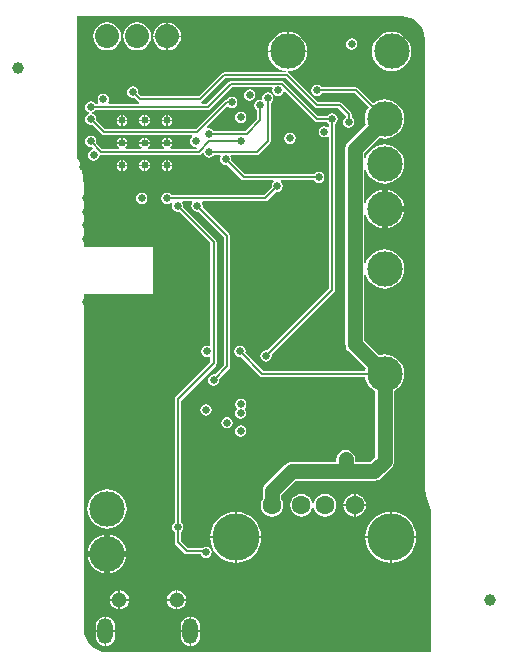
<source format=gbl>
G04*
G04 #@! TF.GenerationSoftware,Altium Limited,CircuitStudio,1.5.2 (30)*
G04*
G04 Layer_Physical_Order=4*
G04 Layer_Color=16737996*
%FSLAX25Y25*%
%MOIN*%
G70*
G01*
G75*
%ADD32C,0.00800*%
%ADD37C,0.05000*%
%ADD38C,0.11811*%
%ADD39C,0.08032*%
%ADD40C,0.15748*%
%ADD41C,0.06299*%
%ADD42C,0.02400*%
%ADD43O,0.05118X0.08661*%
%ADD44C,0.05118*%
%ADD45C,0.03937*%
%ADD46C,0.02500*%
G36*
X109746Y214126D02*
X111168Y213695D01*
X112478Y212995D01*
X113627Y212052D01*
X114569Y210904D01*
X115270Y209593D01*
X115701Y208172D01*
X115837Y206796D01*
X115816Y206693D01*
Y59055D01*
X115813D01*
X116001Y56186D01*
X116562Y53366D01*
X117487Y50643D01*
X118110Y49378D01*
Y2294D01*
X9843D01*
X9740Y2274D01*
X8364Y2409D01*
X6942Y2840D01*
X5632Y3541D01*
X4483Y4483D01*
X3541Y5632D01*
X2840Y6942D01*
X2409Y8364D01*
X2274Y9740D01*
X2294Y9843D01*
Y121625D01*
X25383D01*
Y137374D01*
X2294D01*
Y157480D01*
X2297D01*
X2109Y160350D01*
X1548Y163170D01*
X624Y165893D01*
X42Y167072D01*
Y214241D01*
X108268D01*
X108370Y214262D01*
X109746Y214126D01*
D02*
G37*
%LPC*%
G36*
X53174Y48997D02*
Y40812D01*
X61360D01*
X61225Y42173D01*
X60741Y43770D01*
X59954Y45243D01*
X58895Y46533D01*
X57605Y47592D01*
X56133Y48379D01*
X54535Y48863D01*
X53174Y48997D01*
D02*
G37*
G36*
X52574Y48997D02*
X51213Y48863D01*
X49615Y48379D01*
X48143Y47592D01*
X46853Y46533D01*
X45794Y45243D01*
X45007Y43770D01*
X44523Y42173D01*
X44388Y40812D01*
X52574D01*
Y48997D01*
D02*
G37*
G36*
X10000Y56537D02*
X8725Y56411D01*
X7498Y56039D01*
X6368Y55435D01*
X5378Y54622D01*
X4565Y53632D01*
X3961Y52502D01*
X3589Y51275D01*
X3463Y50000D01*
X3589Y48725D01*
X3961Y47498D01*
X4565Y46368D01*
X5378Y45378D01*
X6368Y44565D01*
X7498Y43961D01*
X8725Y43589D01*
X10000Y43463D01*
X11275Y43589D01*
X12502Y43961D01*
X13632Y44565D01*
X14622Y45378D01*
X15435Y46368D01*
X16039Y47498D01*
X16411Y48725D01*
X16537Y50000D01*
X16411Y51275D01*
X16039Y52502D01*
X15435Y53632D01*
X14622Y54622D01*
X13632Y55435D01*
X12502Y56039D01*
X11275Y56411D01*
X10000Y56537D01*
D02*
G37*
G36*
X92220Y50881D02*
X88777D01*
X88867Y50202D01*
X89244Y49290D01*
X89845Y48507D01*
X90629Y47906D01*
X91541Y47528D01*
X92220Y47439D01*
Y50881D01*
D02*
G37*
G36*
X96262D02*
X92820D01*
Y47439D01*
X93498Y47528D01*
X94411Y47906D01*
X95194Y48507D01*
X95795Y49290D01*
X96173Y50202D01*
X96262Y50881D01*
D02*
G37*
G36*
X9000Y41438D02*
X8725Y41411D01*
X7498Y41039D01*
X6368Y40435D01*
X5378Y39622D01*
X4565Y38632D01*
X3961Y37502D01*
X3589Y36275D01*
X3562Y36000D01*
X9000D01*
Y41438D01*
D02*
G37*
G36*
X52574Y40212D02*
X44389D01*
X44523Y38851D01*
X45007Y37253D01*
X45794Y35781D01*
X46853Y34491D01*
X48143Y33432D01*
X49615Y32645D01*
X51213Y32160D01*
X52574Y32026D01*
Y40212D01*
D02*
G37*
G36*
X11000Y41438D02*
Y36000D01*
X16439D01*
X16411Y36275D01*
X16039Y37502D01*
X15435Y38632D01*
X14622Y39622D01*
X13632Y40435D01*
X12502Y41039D01*
X11275Y41411D01*
X11000Y41438D01*
D02*
G37*
G36*
X104906Y48997D02*
Y40812D01*
X113092D01*
X112958Y42173D01*
X112473Y43770D01*
X111686Y45243D01*
X110627Y46533D01*
X109337Y47592D01*
X107865Y48379D01*
X106267Y48863D01*
X104906Y48997D01*
D02*
G37*
G36*
X104306Y48997D02*
X102945Y48863D01*
X101348Y48379D01*
X99876Y47592D01*
X98585Y46533D01*
X97526Y45243D01*
X96740Y43770D01*
X96255Y42173D01*
X96121Y40812D01*
X104306D01*
Y48997D01*
D02*
G37*
G36*
X92220Y54924D02*
X91541Y54834D01*
X90629Y54456D01*
X89845Y53855D01*
X89244Y53072D01*
X88867Y52160D01*
X88777Y51481D01*
X92220D01*
Y54924D01*
D02*
G37*
G36*
X108939Y149000D02*
X103500D01*
Y143561D01*
X103775Y143589D01*
X105002Y143961D01*
X106132Y144565D01*
X107122Y145378D01*
X107935Y146368D01*
X108539Y147498D01*
X108911Y148725D01*
X108939Y149000D01*
D02*
G37*
G36*
X43000Y84886D02*
X42278Y84743D01*
X41666Y84334D01*
X41257Y83722D01*
X41114Y83000D01*
X41257Y82278D01*
X41666Y81666D01*
X42278Y81257D01*
X43000Y81114D01*
X43722Y81257D01*
X44334Y81666D01*
X44743Y82278D01*
X44886Y83000D01*
X44743Y83722D01*
X44334Y84334D01*
X43722Y84743D01*
X43000Y84886D01*
D02*
G37*
G36*
X103500Y156439D02*
Y151000D01*
X108939D01*
X108911Y151275D01*
X108539Y152502D01*
X107935Y153632D01*
X107122Y154622D01*
X106132Y155435D01*
X105002Y156039D01*
X103775Y156411D01*
X103500Y156439D01*
D02*
G37*
G36*
X14700Y164200D02*
X13224D01*
X13304Y163798D01*
X13702Y163202D01*
X14298Y162804D01*
X14700Y162724D01*
Y164200D01*
D02*
G37*
G36*
X21500Y155386D02*
X20778Y155243D01*
X20166Y154834D01*
X19757Y154222D01*
X19614Y153500D01*
X19757Y152778D01*
X20166Y152166D01*
X20778Y151757D01*
X21500Y151614D01*
X22222Y151757D01*
X22834Y152166D01*
X23243Y152778D01*
X23386Y153500D01*
X23243Y154222D01*
X22834Y154834D01*
X22222Y155243D01*
X21500Y155386D01*
D02*
G37*
G36*
X82677Y54963D02*
X81698Y54834D01*
X80786Y54456D01*
X80003Y53855D01*
X79402Y53072D01*
X79024Y52160D01*
X78992Y51919D01*
X78488D01*
X78456Y52160D01*
X78078Y53072D01*
X77477Y53855D01*
X76694Y54456D01*
X75782Y54834D01*
X74803Y54963D01*
X73824Y54834D01*
X72912Y54456D01*
X72129Y53855D01*
X71528Y53072D01*
X71150Y52160D01*
X71021Y51181D01*
X71150Y50202D01*
X71528Y49290D01*
X72129Y48507D01*
X72912Y47906D01*
X73824Y47528D01*
X74803Y47399D01*
X75782Y47528D01*
X76694Y47906D01*
X77477Y48507D01*
X78078Y49290D01*
X78456Y50202D01*
X78488Y50444D01*
X78992D01*
X79024Y50202D01*
X79402Y49290D01*
X80003Y48507D01*
X80786Y47906D01*
X81698Y47528D01*
X82677Y47399D01*
X83656Y47528D01*
X84568Y47906D01*
X85351Y48507D01*
X85952Y49290D01*
X86330Y50202D01*
X86459Y51181D01*
X86330Y52160D01*
X85952Y53072D01*
X85351Y53855D01*
X84568Y54456D01*
X83656Y54834D01*
X82677Y54963D01*
D02*
G37*
G36*
X92820Y54924D02*
Y51481D01*
X96262D01*
X96173Y52160D01*
X95795Y53072D01*
X95194Y53855D01*
X94411Y54456D01*
X93498Y54834D01*
X92820Y54924D01*
D02*
G37*
G36*
X54500Y77886D02*
X53778Y77743D01*
X53166Y77334D01*
X52757Y76722D01*
X52614Y76000D01*
X52757Y75278D01*
X53166Y74666D01*
X53778Y74257D01*
X54500Y74114D01*
X55222Y74257D01*
X55834Y74666D01*
X56243Y75278D01*
X56386Y76000D01*
X56243Y76722D01*
X55834Y77334D01*
X55222Y77743D01*
X54500Y77886D01*
D02*
G37*
G36*
X54587Y86729D02*
X53865Y86585D01*
X53253Y86176D01*
X52844Y85564D01*
X52700Y84842D01*
X52844Y84121D01*
X53029Y83843D01*
X53161Y83355D01*
X52996Y83079D01*
X52757Y82722D01*
X52614Y82000D01*
X52757Y81278D01*
X53166Y80666D01*
X53778Y80257D01*
X54500Y80114D01*
X55222Y80257D01*
X55834Y80666D01*
X56243Y81278D01*
X56386Y82000D01*
X56243Y82722D01*
X56058Y82999D01*
X55926Y83488D01*
X56091Y83763D01*
X56329Y84121D01*
X56473Y84842D01*
X56329Y85564D01*
X55920Y86176D01*
X55309Y86585D01*
X54587Y86729D01*
D02*
G37*
G36*
X50000Y80626D02*
X49278Y80483D01*
X48666Y80074D01*
X48257Y79462D01*
X48114Y78740D01*
X48257Y78018D01*
X48666Y77406D01*
X49278Y76998D01*
X50000Y76854D01*
X50722Y76998D01*
X51334Y77406D01*
X51743Y78018D01*
X51886Y78740D01*
X51743Y79462D01*
X51334Y80074D01*
X50722Y80483D01*
X50000Y80626D01*
D02*
G37*
G36*
X9149Y14123D02*
X8624Y14054D01*
X7856Y13736D01*
X7196Y13229D01*
X6689Y12570D01*
X6371Y11801D01*
X6262Y10976D01*
Y9505D01*
X9149D01*
Y14123D01*
D02*
G37*
G36*
X38095Y14123D02*
Y9505D01*
X40982D01*
Y10976D01*
X40873Y11801D01*
X40555Y12570D01*
X40048Y13229D01*
X39388Y13736D01*
X38620Y14054D01*
X38095Y14123D01*
D02*
G37*
G36*
X9749Y14123D02*
Y9505D01*
X12635D01*
Y10976D01*
X12527Y11801D01*
X12208Y12570D01*
X11702Y13229D01*
X11042Y13736D01*
X10273Y14054D01*
X9749Y14123D01*
D02*
G37*
G36*
X13775Y19416D02*
X10928D01*
X10997Y18892D01*
X11315Y18123D01*
X11822Y17463D01*
X12482Y16957D01*
X13250Y16639D01*
X13775Y16570D01*
Y19416D01*
D02*
G37*
G36*
X36316D02*
X33469D01*
Y16570D01*
X33994Y16639D01*
X34762Y16957D01*
X35422Y17463D01*
X35929Y18123D01*
X36247Y18892D01*
X36316Y19416D01*
D02*
G37*
G36*
X12635Y8905D02*
X9749D01*
Y4286D01*
X10273Y4355D01*
X11042Y4674D01*
X11702Y5180D01*
X12208Y5840D01*
X12527Y6608D01*
X12635Y7433D01*
Y8905D01*
D02*
G37*
G36*
X37495Y8905D02*
X34609D01*
Y7433D01*
X34718Y6608D01*
X35036Y5840D01*
X35542Y5180D01*
X36202Y4674D01*
X36971Y4355D01*
X37495Y4286D01*
Y8905D01*
D02*
G37*
G36*
X9149Y8905D02*
X6262D01*
Y7433D01*
X6371Y6608D01*
X6689Y5840D01*
X7196Y5180D01*
X7856Y4674D01*
X8624Y4355D01*
X9149Y4286D01*
Y8905D01*
D02*
G37*
G36*
X37495Y14123D02*
X36971Y14054D01*
X36202Y13736D01*
X35542Y13229D01*
X35036Y12570D01*
X34718Y11801D01*
X34609Y10976D01*
Y9505D01*
X37495D01*
Y14123D01*
D02*
G37*
G36*
X40982Y8905D02*
X38095D01*
Y4286D01*
X38620Y4355D01*
X39388Y4674D01*
X40048Y5180D01*
X40555Y5840D01*
X40873Y6608D01*
X40982Y7433D01*
Y8905D01*
D02*
G37*
G36*
X17222Y19416D02*
X14375D01*
Y16570D01*
X14899Y16639D01*
X15668Y16957D01*
X16328Y17463D01*
X16834Y18123D01*
X17153Y18892D01*
X17222Y19416D01*
D02*
G37*
G36*
X9000Y34000D02*
X3562D01*
X3589Y33725D01*
X3961Y32498D01*
X4565Y31368D01*
X5378Y30378D01*
X6368Y29565D01*
X7498Y28961D01*
X8725Y28589D01*
X9000Y28561D01*
Y34000D01*
D02*
G37*
G36*
X16439D02*
X11000D01*
Y28561D01*
X11275Y28589D01*
X12502Y28961D01*
X13632Y29565D01*
X14622Y30378D01*
X15435Y31368D01*
X16039Y32498D01*
X16411Y33725D01*
X16439Y34000D01*
D02*
G37*
G36*
X61360Y40212D02*
X53174D01*
Y32026D01*
X54535Y32160D01*
X56133Y32645D01*
X57605Y33432D01*
X58895Y34491D01*
X59954Y35781D01*
X60741Y37253D01*
X61225Y38851D01*
X61360Y40212D01*
D02*
G37*
G36*
X104306Y40212D02*
X96121D01*
X96255Y38851D01*
X96740Y37253D01*
X97526Y35781D01*
X98585Y34491D01*
X99876Y33432D01*
X101348Y32645D01*
X102945Y32160D01*
X104306Y32026D01*
Y40212D01*
D02*
G37*
G36*
X113092D02*
X104906D01*
Y32026D01*
X106267Y32160D01*
X107865Y32645D01*
X109337Y33432D01*
X110627Y34491D01*
X111686Y35781D01*
X112473Y37253D01*
X112958Y38851D01*
X113092Y40212D01*
D02*
G37*
G36*
X13775Y22863D02*
X13250Y22794D01*
X12482Y22476D01*
X11822Y21970D01*
X11315Y21310D01*
X10997Y20541D01*
X10928Y20016D01*
X13775D01*
Y22863D01*
D02*
G37*
G36*
X32869Y19416D02*
X30022D01*
X30092Y18892D01*
X30410Y18123D01*
X30916Y17463D01*
X31576Y16957D01*
X32345Y16639D01*
X32869Y16570D01*
Y19416D01*
D02*
G37*
G36*
Y22863D02*
X32345Y22794D01*
X31576Y22476D01*
X30916Y21970D01*
X30410Y21310D01*
X30092Y20541D01*
X30022Y20016D01*
X32869D01*
Y22863D01*
D02*
G37*
G36*
X14375Y22863D02*
Y20016D01*
X17222D01*
X17153Y20541D01*
X16834Y21310D01*
X16328Y21970D01*
X15668Y22476D01*
X14899Y22794D01*
X14375Y22863D01*
D02*
G37*
G36*
X33469Y22863D02*
Y20016D01*
X36316D01*
X36247Y20541D01*
X35929Y21310D01*
X35422Y21970D01*
X34762Y22476D01*
X33994Y22794D01*
X33469Y22863D01*
D02*
G37*
G36*
X16776Y164200D02*
X15300D01*
Y162724D01*
X15702Y162804D01*
X16298Y163202D01*
X16696Y163798D01*
X16776Y164200D01*
D02*
G37*
G36*
X22200Y181276D02*
X21798Y181196D01*
X21202Y180798D01*
X20804Y180202D01*
X20724Y179800D01*
X22200D01*
Y181276D01*
D02*
G37*
G36*
X15300D02*
Y179800D01*
X16776D01*
X16696Y180202D01*
X16298Y180798D01*
X15702Y181196D01*
X15300Y181276D01*
D02*
G37*
G36*
X22800D02*
Y179800D01*
X24276D01*
X24196Y180202D01*
X23798Y180798D01*
X23202Y181196D01*
X22800Y181276D01*
D02*
G37*
G36*
X30300D02*
Y179800D01*
X31776D01*
X31696Y180202D01*
X31298Y180798D01*
X30702Y181196D01*
X30300Y181276D01*
D02*
G37*
G36*
X29700D02*
X29298Y181196D01*
X28702Y180798D01*
X28304Y180202D01*
X28224Y179800D01*
X29700D01*
Y181276D01*
D02*
G37*
G36*
Y179200D02*
X28224D01*
X28304Y178798D01*
X28702Y178202D01*
X29298Y177804D01*
X29700Y177724D01*
Y179200D01*
D02*
G37*
G36*
X24276D02*
X22800D01*
Y177724D01*
X23202Y177804D01*
X23798Y178202D01*
X24196Y178798D01*
X24276Y179200D01*
D02*
G37*
G36*
X31776D02*
X30300D01*
Y177724D01*
X30702Y177804D01*
X31298Y178202D01*
X31696Y178798D01*
X31776Y179200D01*
D02*
G37*
G36*
X14700Y181276D02*
X14298Y181196D01*
X13702Y180798D01*
X13304Y180202D01*
X13224Y179800D01*
X14700D01*
Y181276D01*
D02*
G37*
G36*
X54500Y182386D02*
X53778Y182243D01*
X53166Y181834D01*
X52757Y181222D01*
X52614Y180500D01*
X52757Y179778D01*
X53166Y179166D01*
X53778Y178757D01*
X54500Y178614D01*
X55222Y178757D01*
X55834Y179166D01*
X56243Y179778D01*
X56386Y180500D01*
X56243Y181222D01*
X55834Y181834D01*
X55222Y182243D01*
X54500Y182386D01*
D02*
G37*
G36*
X57500Y189886D02*
X56778Y189743D01*
X56166Y189334D01*
X55757Y188722D01*
X55614Y188000D01*
X55757Y187278D01*
X56166Y186666D01*
X56778Y186257D01*
X57500Y186114D01*
X58222Y186257D01*
X58834Y186666D01*
X59243Y187278D01*
X59386Y188000D01*
X59243Y188722D01*
X58834Y189334D01*
X58222Y189743D01*
X57500Y189886D01*
D02*
G37*
G36*
X34616Y207200D02*
X30300D01*
Y202884D01*
X31205Y203003D01*
X32328Y203468D01*
X33292Y204208D01*
X34032Y205172D01*
X34497Y206295D01*
X34616Y207200D01*
D02*
G37*
G36*
X29700D02*
X25384D01*
X25503Y206295D01*
X25968Y205172D01*
X26708Y204208D01*
X27672Y203468D01*
X28795Y203003D01*
X29700Y202884D01*
Y207200D01*
D02*
G37*
G36*
X91500Y206886D02*
X90778Y206743D01*
X90166Y206334D01*
X89757Y205722D01*
X89614Y205000D01*
X89757Y204278D01*
X90166Y203666D01*
X90778Y203257D01*
X91500Y203114D01*
X92222Y203257D01*
X92834Y203666D01*
X93243Y204278D01*
X93386Y205000D01*
X93243Y205722D01*
X92834Y206334D01*
X92222Y206743D01*
X91500Y206886D01*
D02*
G37*
G36*
X30300Y212116D02*
Y207800D01*
X34616D01*
X34497Y208705D01*
X34032Y209828D01*
X33292Y210792D01*
X32328Y211532D01*
X31205Y211997D01*
X30300Y212116D01*
D02*
G37*
G36*
X29700D02*
X28795Y211997D01*
X27672Y211532D01*
X26708Y210792D01*
X25968Y209828D01*
X25503Y208705D01*
X25384Y207800D01*
X29700D01*
Y212116D01*
D02*
G37*
G36*
X69877Y209008D02*
X68902Y208911D01*
X67676Y208539D01*
X66545Y207935D01*
X65555Y207122D01*
X64742Y206132D01*
X64138Y205002D01*
X63766Y203775D01*
X63670Y202800D01*
X69877D01*
Y209008D01*
D02*
G37*
G36*
X104823Y209037D02*
X103548Y208911D01*
X102321Y208539D01*
X101191Y207935D01*
X100200Y207122D01*
X99388Y206132D01*
X98783Y205002D01*
X98412Y203775D01*
X98286Y202500D01*
X98412Y201225D01*
X98783Y199998D01*
X99388Y198868D01*
X100200Y197878D01*
X101191Y197065D01*
X102321Y196461D01*
X103548Y196089D01*
X104823Y195963D01*
X106098Y196089D01*
X107324Y196461D01*
X108455Y197065D01*
X109445Y197878D01*
X110258Y198868D01*
X110862Y199998D01*
X111234Y201225D01*
X111360Y202500D01*
X111234Y203775D01*
X110862Y205002D01*
X110258Y206132D01*
X109445Y207122D01*
X108455Y207935D01*
X107324Y208539D01*
X106098Y208911D01*
X104823Y209037D01*
D02*
G37*
G36*
X70477Y209007D02*
Y202800D01*
X76685D01*
X76588Y203775D01*
X76217Y205002D01*
X75612Y206132D01*
X74800Y207122D01*
X73809Y207935D01*
X72679Y208539D01*
X71452Y208911D01*
X70477Y209007D01*
D02*
G37*
G36*
X20000Y212156D02*
X18795Y211997D01*
X17672Y211532D01*
X16708Y210792D01*
X15968Y209828D01*
X15503Y208705D01*
X15344Y207500D01*
X15503Y206295D01*
X15968Y205172D01*
X16708Y204208D01*
X17672Y203468D01*
X18795Y203003D01*
X20000Y202844D01*
X21205Y203003D01*
X22328Y203468D01*
X23292Y204208D01*
X24032Y205172D01*
X24497Y206295D01*
X24656Y207500D01*
X24497Y208705D01*
X24032Y209828D01*
X23292Y210792D01*
X22328Y211532D01*
X21205Y211997D01*
X20000Y212156D01*
D02*
G37*
G36*
X10000D02*
X8795Y211997D01*
X7672Y211532D01*
X6708Y210792D01*
X5968Y209828D01*
X5503Y208705D01*
X5344Y207500D01*
X5503Y206295D01*
X5968Y205172D01*
X6708Y204208D01*
X7672Y203468D01*
X8795Y203003D01*
X10000Y202844D01*
X11205Y203003D01*
X12328Y203468D01*
X13292Y204208D01*
X14032Y205172D01*
X14497Y206295D01*
X14656Y207500D01*
X14497Y208705D01*
X14032Y209828D01*
X13292Y210792D01*
X12328Y211532D01*
X11205Y211997D01*
X10000Y212156D01*
D02*
G37*
G36*
X22200Y179200D02*
X20724D01*
X20804Y178798D01*
X21202Y178202D01*
X21798Y177804D01*
X22200Y177724D01*
Y179200D01*
D02*
G37*
G36*
Y166276D02*
X21798Y166196D01*
X21202Y165798D01*
X20804Y165202D01*
X20724Y164800D01*
X22200D01*
Y166276D01*
D02*
G37*
G36*
X15300D02*
Y164800D01*
X16776D01*
X16696Y165202D01*
X16298Y165798D01*
X15702Y166196D01*
X15300Y166276D01*
D02*
G37*
G36*
X22800D02*
Y164800D01*
X24276D01*
X24196Y165202D01*
X23798Y165798D01*
X23202Y166196D01*
X22800Y166276D01*
D02*
G37*
G36*
X30300D02*
Y164800D01*
X31776D01*
X31696Y165202D01*
X31298Y165798D01*
X30702Y166196D01*
X30300Y166276D01*
D02*
G37*
G36*
X29700D02*
X29298Y166196D01*
X28702Y165798D01*
X28304Y165202D01*
X28224Y164800D01*
X29700D01*
Y166276D01*
D02*
G37*
G36*
X24276Y164200D02*
X22800D01*
Y162724D01*
X23202Y162804D01*
X23798Y163202D01*
X24196Y163798D01*
X24276Y164200D01*
D02*
G37*
G36*
X22200D02*
X20724D01*
X20804Y163798D01*
X21202Y163202D01*
X21798Y162804D01*
X22200Y162724D01*
Y164200D01*
D02*
G37*
G36*
X29700D02*
X28224D01*
X28304Y163798D01*
X28702Y163202D01*
X29298Y162804D01*
X29700Y162724D01*
Y164200D01*
D02*
G37*
G36*
X14700Y166276D02*
X14298Y166196D01*
X13702Y165798D01*
X13304Y165202D01*
X13224Y164800D01*
X14700D01*
Y166276D01*
D02*
G37*
G36*
X31776Y164200D02*
X30300D01*
Y162724D01*
X30702Y162804D01*
X31298Y163202D01*
X31696Y163798D01*
X31776Y164200D01*
D02*
G37*
G36*
X71000Y175386D02*
X70278Y175243D01*
X69666Y174834D01*
X69257Y174222D01*
X69114Y173500D01*
X69257Y172778D01*
X69666Y172166D01*
X70278Y171757D01*
X71000Y171614D01*
X71722Y171757D01*
X72334Y172166D01*
X72743Y172778D01*
X72886Y173500D01*
X72743Y174222D01*
X72334Y174834D01*
X71722Y175243D01*
X71000Y175386D01*
D02*
G37*
G36*
X80000Y191386D02*
X79278Y191243D01*
X78666Y190834D01*
X78257Y190222D01*
X78114Y189500D01*
X78257Y188778D01*
X78666Y188166D01*
X79278Y187757D01*
X80000Y187614D01*
X80722Y187757D01*
X81334Y188166D01*
X81544Y188480D01*
X92578D01*
X97228Y183830D01*
X97065Y183632D01*
X96461Y182502D01*
X96089Y181275D01*
X95963Y180000D01*
X96089Y178725D01*
X96255Y178177D01*
X90289Y172211D01*
X89792Y171563D01*
X89480Y170809D01*
X89373Y170000D01*
X89373Y170000D01*
Y105000D01*
X89373Y105000D01*
X89480Y104191D01*
X89792Y103437D01*
X90289Y102789D01*
X96255Y96823D01*
X96089Y96275D01*
X96063Y96020D01*
X62194D01*
X56084Y102129D01*
X56158Y102500D01*
X56014Y103222D01*
X55605Y103834D01*
X54993Y104243D01*
X54272Y104386D01*
X53550Y104243D01*
X52938Y103834D01*
X52529Y103222D01*
X52385Y102500D01*
X52529Y101778D01*
X52938Y101166D01*
X53550Y100757D01*
X54272Y100614D01*
X54642Y100688D01*
X61051Y94279D01*
X61382Y94058D01*
X61772Y93980D01*
X96063D01*
X96089Y93725D01*
X96461Y92498D01*
X97065Y91368D01*
X97878Y90378D01*
X98868Y89565D01*
X99373Y89295D01*
Y67295D01*
X97705Y65627D01*
X92627D01*
Y66500D01*
X92520Y67309D01*
X92208Y68063D01*
X91711Y68711D01*
X91063Y69208D01*
X90309Y69520D01*
X89500Y69627D01*
X88691Y69520D01*
X87937Y69208D01*
X87289Y68711D01*
X86792Y68063D01*
X86480Y67309D01*
X86373Y66500D01*
Y65627D01*
X71500D01*
X71500Y65627D01*
X70785Y65533D01*
X70691Y65520D01*
X70378Y65391D01*
X69937Y65208D01*
X69786Y65092D01*
X69289Y64711D01*
X69289Y64711D01*
X62750Y58172D01*
X62253Y57524D01*
X61940Y56770D01*
X61887Y56365D01*
X61834Y55961D01*
X61834Y55961D01*
Y53266D01*
X61685Y53072D01*
X61308Y52160D01*
X61179Y51181D01*
X61308Y50202D01*
X61685Y49290D01*
X62286Y48507D01*
X63070Y47906D01*
X63982Y47528D01*
X64961Y47399D01*
X65939Y47528D01*
X66852Y47906D01*
X67635Y48507D01*
X68236Y49290D01*
X68614Y50202D01*
X68743Y51181D01*
X68614Y52160D01*
X68236Y53072D01*
X68087Y53266D01*
Y54665D01*
X72795Y59373D01*
X99000D01*
X99000Y59373D01*
X99809Y59480D01*
X100563Y59792D01*
X101211Y60289D01*
X104711Y63789D01*
X105208Y64437D01*
X105520Y65191D01*
X105533Y65285D01*
X105627Y66000D01*
X105627Y66000D01*
Y89295D01*
X106132Y89565D01*
X107122Y90378D01*
X107935Y91368D01*
X108539Y92498D01*
X108911Y93725D01*
X109037Y95000D01*
X108911Y96275D01*
X108539Y97502D01*
X107935Y98632D01*
X107122Y99622D01*
X106132Y100435D01*
X105002Y101039D01*
X103775Y101411D01*
X102500Y101537D01*
X101225Y101411D01*
X100677Y101245D01*
X95627Y106295D01*
Y128525D01*
X96127Y128599D01*
X96461Y127498D01*
X97065Y126368D01*
X97878Y125378D01*
X98868Y124565D01*
X99998Y123961D01*
X101225Y123589D01*
X102500Y123463D01*
X103775Y123589D01*
X105002Y123961D01*
X106132Y124565D01*
X107122Y125378D01*
X107935Y126368D01*
X108539Y127498D01*
X108911Y128725D01*
X109037Y130000D01*
X108911Y131275D01*
X108539Y132502D01*
X107935Y133632D01*
X107122Y134622D01*
X106132Y135435D01*
X105002Y136039D01*
X103775Y136411D01*
X102500Y136537D01*
X101225Y136411D01*
X99998Y136039D01*
X98868Y135435D01*
X97878Y134622D01*
X97065Y133632D01*
X96461Y132502D01*
X96127Y131401D01*
X95627Y131475D01*
Y148525D01*
X96127Y148599D01*
X96461Y147498D01*
X97065Y146368D01*
X97878Y145378D01*
X98868Y144565D01*
X99998Y143961D01*
X101225Y143589D01*
X101500Y143561D01*
Y150000D01*
Y156439D01*
X101225Y156411D01*
X99998Y156039D01*
X98868Y155435D01*
X97878Y154622D01*
X97065Y153632D01*
X96461Y152502D01*
X96127Y151401D01*
X95627Y151475D01*
Y163525D01*
X96127Y163599D01*
X96461Y162498D01*
X97065Y161368D01*
X97878Y160378D01*
X98868Y159565D01*
X99998Y158961D01*
X101225Y158589D01*
X102500Y158463D01*
X103775Y158589D01*
X105002Y158961D01*
X106132Y159565D01*
X107122Y160378D01*
X107935Y161368D01*
X108539Y162498D01*
X108911Y163725D01*
X109037Y165000D01*
X108911Y166275D01*
X108539Y167502D01*
X107935Y168632D01*
X107122Y169622D01*
X106132Y170435D01*
X105002Y171039D01*
X103775Y171411D01*
X102500Y171537D01*
X101225Y171411D01*
X99998Y171039D01*
X98868Y170435D01*
X97878Y169622D01*
X97065Y168632D01*
X96461Y167502D01*
X96127Y166401D01*
X95627Y166475D01*
Y168705D01*
X100677Y173755D01*
X101225Y173589D01*
X102500Y173463D01*
X103775Y173589D01*
X105002Y173961D01*
X106132Y174565D01*
X107122Y175378D01*
X107935Y176368D01*
X108539Y177498D01*
X108911Y178725D01*
X109037Y180000D01*
X108911Y181275D01*
X108539Y182502D01*
X107935Y183632D01*
X107122Y184622D01*
X106132Y185435D01*
X105002Y186039D01*
X103775Y186411D01*
X102500Y186537D01*
X101225Y186411D01*
X99998Y186039D01*
X98868Y185435D01*
X98670Y185272D01*
X93721Y190221D01*
X93390Y190442D01*
X93000Y190520D01*
X81544D01*
X81334Y190834D01*
X80722Y191243D01*
X80000Y191386D01*
D02*
G37*
G36*
X30300Y173776D02*
Y172300D01*
X31776D01*
X31696Y172702D01*
X31298Y173298D01*
X30702Y173696D01*
X30300Y173776D01*
D02*
G37*
G36*
X76685Y202200D02*
X70177D01*
X63670D01*
X63766Y201225D01*
X64138Y199998D01*
X64742Y198868D01*
X65555Y197878D01*
X66545Y197065D01*
X67676Y196461D01*
X68902Y196089D01*
X69603Y196020D01*
X69578Y195520D01*
X49000D01*
X48610Y195442D01*
X48279Y195221D01*
X40578Y187520D01*
X21422D01*
X20312Y188629D01*
X20386Y189000D01*
X20243Y189722D01*
X19834Y190334D01*
X19222Y190743D01*
X18500Y190886D01*
X17778Y190743D01*
X17166Y190334D01*
X16757Y189722D01*
X16614Y189000D01*
X16757Y188278D01*
X17166Y187666D01*
X17778Y187257D01*
X18500Y187114D01*
X18871Y187188D01*
X20279Y185779D01*
X20591Y185571D01*
X20598Y185533D01*
X20480Y185071D01*
X10616D01*
X10348Y185571D01*
X10487Y185778D01*
X10630Y186500D01*
X10487Y187222D01*
X10078Y187834D01*
X9466Y188243D01*
X8744Y188386D01*
X8022Y188243D01*
X7410Y187834D01*
X7001Y187222D01*
X6858Y186500D01*
X7001Y185778D01*
X7140Y185571D01*
X6873Y185071D01*
X6044D01*
X5834Y185385D01*
X5222Y185794D01*
X4500Y185938D01*
X3778Y185794D01*
X3166Y185385D01*
X2757Y184773D01*
X2614Y184051D01*
X2757Y183329D01*
X3166Y182718D01*
X3778Y182309D01*
X3919Y182281D01*
Y181771D01*
X3778Y181743D01*
X3166Y181334D01*
X2757Y180722D01*
X2614Y180000D01*
X2757Y179278D01*
X3166Y178666D01*
X3778Y178257D01*
X4500Y178114D01*
X4871Y178188D01*
X8279Y174779D01*
X8610Y174558D01*
X9000Y174480D01*
X38234D01*
X38386Y173980D01*
X38166Y173834D01*
X37757Y173222D01*
X37614Y172500D01*
X37757Y171778D01*
X38166Y171166D01*
X38778Y170757D01*
X39500Y170614D01*
X39774Y170668D01*
X40061Y170216D01*
X39917Y170020D01*
X31176D01*
X31024Y170520D01*
X31298Y170702D01*
X31696Y171298D01*
X31776Y171700D01*
X28224D01*
X28304Y171298D01*
X28702Y170702D01*
X28976Y170520D01*
X28824Y170020D01*
X23676D01*
X23524Y170520D01*
X23798Y170702D01*
X24196Y171298D01*
X24276Y171700D01*
X20724D01*
X20804Y171298D01*
X21202Y170702D01*
X21476Y170520D01*
X21324Y170020D01*
X16176D01*
X16024Y170520D01*
X16298Y170702D01*
X16696Y171298D01*
X16776Y171700D01*
X13224D01*
X13304Y171298D01*
X13702Y170702D01*
X13976Y170520D01*
X13824Y170020D01*
X8422D01*
X6312Y172129D01*
X6386Y172500D01*
X6243Y173222D01*
X5834Y173834D01*
X5222Y174243D01*
X4500Y174386D01*
X3778Y174243D01*
X3166Y173834D01*
X2757Y173222D01*
X2614Y172500D01*
X2757Y171778D01*
X3166Y171166D01*
X3778Y170757D01*
X4500Y170614D01*
X4871Y170687D01*
X5218Y170340D01*
X5054Y169797D01*
X4778Y169743D01*
X4166Y169334D01*
X3757Y168722D01*
X3614Y168000D01*
X3757Y167278D01*
X4166Y166666D01*
X4778Y166257D01*
X5500Y166114D01*
X6222Y166257D01*
X6834Y166666D01*
X7243Y167278D01*
X7317Y167652D01*
X7570Y168003D01*
X7859Y168008D01*
X8000Y167980D01*
X40500D01*
X40890Y168058D01*
X41221Y168279D01*
X41660Y168718D01*
X42203Y168553D01*
X42257Y168278D01*
X42666Y167666D01*
X43278Y167257D01*
X44000Y167114D01*
X44722Y167257D01*
X45334Y167666D01*
X45544Y167980D01*
X47663D01*
X47930Y167480D01*
X47757Y167222D01*
X47614Y166500D01*
X47757Y165778D01*
X48166Y165166D01*
X48778Y164757D01*
X49500Y164614D01*
X49871Y164688D01*
X54779Y159779D01*
X55110Y159558D01*
X55500Y159480D01*
X65466D01*
X65618Y158980D01*
X65399Y158834D01*
X64990Y158222D01*
X64846Y157500D01*
X64920Y157129D01*
X62310Y154520D01*
X31544D01*
X31334Y154834D01*
X30722Y155243D01*
X30000Y155386D01*
X29278Y155243D01*
X28666Y154834D01*
X28257Y154222D01*
X28114Y153500D01*
X28257Y152778D01*
X28666Y152166D01*
X29278Y151757D01*
X30000Y151614D01*
X30722Y151757D01*
X31282Y152132D01*
X31394Y152157D01*
X31441Y152149D01*
X31562Y151986D01*
X31732Y151596D01*
X31614Y151000D01*
X31757Y150278D01*
X32166Y149666D01*
X32778Y149257D01*
X33500Y149114D01*
X33871Y149188D01*
X44459Y138599D01*
Y104433D01*
X44018Y104198D01*
X43950Y104243D01*
X43228Y104386D01*
X42507Y104243D01*
X41895Y103834D01*
X41486Y103222D01*
X41342Y102500D01*
X41486Y101778D01*
X41895Y101166D01*
X42507Y100757D01*
X43228Y100614D01*
X43950Y100757D01*
X44018Y100803D01*
X44459Y100567D01*
Y98901D01*
X32779Y87221D01*
X32558Y86890D01*
X32480Y86500D01*
Y45544D01*
X32166Y45334D01*
X31757Y44722D01*
X31614Y44000D01*
X31757Y43278D01*
X32166Y42666D01*
X32480Y42456D01*
Y39000D01*
X32558Y38610D01*
X32779Y38279D01*
X35779Y35279D01*
X36110Y35058D01*
X36500Y34980D01*
X41217D01*
X41257Y34778D01*
X41666Y34166D01*
X42278Y33757D01*
X43000Y33614D01*
X43722Y33757D01*
X44334Y34166D01*
X44743Y34778D01*
X44886Y35500D01*
X44743Y36222D01*
X44334Y36834D01*
X43722Y37243D01*
X43000Y37386D01*
X42278Y37243D01*
X41944Y37020D01*
X36922D01*
X34520Y39422D01*
Y42456D01*
X34834Y42666D01*
X35243Y43278D01*
X35386Y44000D01*
X35243Y44722D01*
X34834Y45334D01*
X34520Y45544D01*
Y86078D01*
X46199Y97757D01*
X46420Y98088D01*
X46498Y98478D01*
Y139022D01*
X46420Y139412D01*
X46199Y139743D01*
X35313Y150629D01*
X35386Y151000D01*
X35243Y151722D01*
X35070Y151980D01*
X35337Y152480D01*
X38163D01*
X38430Y151980D01*
X38257Y151722D01*
X38114Y151000D01*
X38257Y150278D01*
X38666Y149666D01*
X39278Y149257D01*
X40000Y149114D01*
X40371Y149188D01*
X48980Y140578D01*
Y97922D01*
X45871Y94813D01*
X45500Y94886D01*
X44778Y94743D01*
X44166Y94334D01*
X43757Y93722D01*
X43614Y93000D01*
X43757Y92278D01*
X44166Y91666D01*
X44778Y91257D01*
X45500Y91114D01*
X46222Y91257D01*
X46834Y91666D01*
X47243Y92278D01*
X47386Y93000D01*
X47313Y93371D01*
X50721Y96779D01*
X50942Y97110D01*
X51020Y97500D01*
Y141000D01*
X50942Y141390D01*
X50721Y141721D01*
X41813Y150629D01*
X41886Y151000D01*
X41743Y151722D01*
X41570Y151980D01*
X41837Y152480D01*
X62732D01*
X63122Y152558D01*
X63453Y152779D01*
X66362Y155687D01*
X66732Y155614D01*
X67454Y155757D01*
X68066Y156166D01*
X68475Y156778D01*
X68619Y157500D01*
X68475Y158222D01*
X68066Y158834D01*
X67847Y158980D01*
X67998Y159480D01*
X78956D01*
X79166Y159166D01*
X79778Y158757D01*
X80500Y158614D01*
X81222Y158757D01*
X81834Y159166D01*
X82243Y159778D01*
X82386Y160500D01*
X82243Y161222D01*
X81834Y161834D01*
X81222Y162243D01*
X80500Y162386D01*
X79778Y162243D01*
X79166Y161834D01*
X78956Y161520D01*
X55922D01*
X51313Y166129D01*
X51386Y166500D01*
X51243Y167222D01*
X51070Y167480D01*
X51337Y167980D01*
X60000D01*
X60390Y168058D01*
X60721Y168279D01*
X64221Y171779D01*
X64442Y172110D01*
X64520Y172500D01*
Y185456D01*
X64834Y185666D01*
X65243Y186278D01*
X65386Y187000D01*
X65243Y187722D01*
X64834Y188334D01*
X64222Y188743D01*
X63500Y188886D01*
X62778Y188743D01*
X62166Y188334D01*
X61757Y187722D01*
X61614Y187000D01*
X61661Y186765D01*
X61235Y186339D01*
X61000Y186386D01*
X60278Y186243D01*
X59666Y185834D01*
X59257Y185222D01*
X59114Y184500D01*
X59257Y183778D01*
X59666Y183166D01*
X59980Y182956D01*
Y179922D01*
X56078Y176020D01*
X45544D01*
X45334Y176334D01*
X44722Y176743D01*
X44000Y176886D01*
X43420Y176771D01*
X43164Y177222D01*
X50113Y184171D01*
X50166Y184166D01*
X50778Y183757D01*
X51500Y183614D01*
X52222Y183757D01*
X52834Y184166D01*
X53243Y184778D01*
X53386Y185500D01*
X53243Y186222D01*
X52834Y186834D01*
X52222Y187243D01*
X51500Y187386D01*
X50778Y187243D01*
X50166Y186834D01*
X49950Y186510D01*
X49902Y186500D01*
X49610Y186442D01*
X49279Y186221D01*
X39578Y176520D01*
X9422D01*
X6312Y179629D01*
X6386Y180000D01*
X6243Y180722D01*
X5834Y181334D01*
X5222Y181743D01*
X5081Y181771D01*
Y182281D01*
X5222Y182309D01*
X5834Y182718D01*
X6044Y183032D01*
X43551D01*
X43941Y183109D01*
X44272Y183330D01*
X51672Y190730D01*
X65067D01*
X65302Y190289D01*
X65257Y190222D01*
X65114Y189500D01*
X65257Y188778D01*
X65666Y188166D01*
X66278Y187757D01*
X67000Y187614D01*
X67722Y187757D01*
X68334Y188166D01*
X68743Y188778D01*
X68797Y189053D01*
X69340Y189218D01*
X79279Y179279D01*
X79610Y179058D01*
X80000Y178980D01*
X83456D01*
X83666Y178666D01*
X83980Y178456D01*
Y177526D01*
X83480Y177259D01*
X83163Y177471D01*
X82441Y177615D01*
X81719Y177471D01*
X81107Y177062D01*
X80698Y176450D01*
X80555Y175728D01*
X80698Y175006D01*
X81107Y174395D01*
X81719Y173986D01*
X82441Y173842D01*
X83163Y173986D01*
X83480Y174198D01*
X83980Y173931D01*
Y123422D01*
X63371Y102813D01*
X63000Y102886D01*
X62278Y102743D01*
X61666Y102334D01*
X61257Y101722D01*
X61114Y101000D01*
X61257Y100278D01*
X61666Y99666D01*
X62278Y99257D01*
X63000Y99114D01*
X63722Y99257D01*
X64334Y99666D01*
X64743Y100278D01*
X64886Y101000D01*
X64812Y101371D01*
X85721Y122279D01*
X85942Y122610D01*
X86020Y123000D01*
Y178456D01*
X86334Y178666D01*
X86743Y179278D01*
X86886Y180000D01*
X86743Y180722D01*
X86334Y181334D01*
X85722Y181743D01*
X85000Y181886D01*
X84278Y181743D01*
X83666Y181334D01*
X83456Y181020D01*
X80422D01*
X68971Y192471D01*
X68640Y192692D01*
X68250Y192770D01*
X51250D01*
X50860Y192692D01*
X50529Y192471D01*
X43129Y185071D01*
X41520D01*
X41402Y185533D01*
X41409Y185571D01*
X41721Y185779D01*
X49422Y193480D01*
X69578D01*
X79279Y183779D01*
X79610Y183558D01*
X80000Y183480D01*
X87078D01*
X89480Y181078D01*
Y180544D01*
X89166Y180334D01*
X88757Y179722D01*
X88614Y179000D01*
X88757Y178278D01*
X89166Y177666D01*
X89778Y177257D01*
X90500Y177114D01*
X91222Y177257D01*
X91834Y177666D01*
X92243Y178278D01*
X92386Y179000D01*
X92243Y179722D01*
X91834Y180334D01*
X91520Y180544D01*
Y181500D01*
X91442Y181890D01*
X91221Y182221D01*
X88221Y185221D01*
X87890Y185442D01*
X87500Y185520D01*
X80422D01*
X70721Y195221D01*
X70390Y195442D01*
X70257Y195468D01*
X70282Y195973D01*
X71452Y196089D01*
X72679Y196461D01*
X73809Y197065D01*
X74800Y197878D01*
X75612Y198868D01*
X76217Y199998D01*
X76588Y201225D01*
X76685Y202200D01*
D02*
G37*
G36*
X16776Y179200D02*
X15300D01*
Y177724D01*
X15702Y177804D01*
X16298Y178202D01*
X16696Y178798D01*
X16776Y179200D01*
D02*
G37*
G36*
X14700D02*
X13224D01*
X13304Y178798D01*
X13702Y178202D01*
X14298Y177804D01*
X14700Y177724D01*
Y179200D01*
D02*
G37*
G36*
X15300Y173776D02*
Y172300D01*
X16776D01*
X16696Y172702D01*
X16298Y173298D01*
X15702Y173696D01*
X15300Y173776D01*
D02*
G37*
G36*
X14700D02*
X14298Y173696D01*
X13702Y173298D01*
X13304Y172702D01*
X13224Y172300D01*
X14700D01*
Y173776D01*
D02*
G37*
G36*
X22200D02*
X21798Y173696D01*
X21202Y173298D01*
X20804Y172702D01*
X20724Y172300D01*
X22200D01*
Y173776D01*
D02*
G37*
G36*
X29700D02*
X29298Y173696D01*
X28702Y173298D01*
X28304Y172702D01*
X28224Y172300D01*
X29700D01*
Y173776D01*
D02*
G37*
G36*
X22800D02*
Y172300D01*
X24276D01*
X24196Y172702D01*
X23798Y173298D01*
X23202Y173696D01*
X22800Y173776D01*
D02*
G37*
%LPD*%
D32*
X50000Y97500D02*
Y141000D01*
X40000Y151000D02*
X50000Y141000D01*
X30000Y153500D02*
X62732D01*
X45478Y98478D02*
Y139022D01*
X33500Y151000D02*
X45478Y139022D01*
X45500Y93000D02*
X50000Y97500D01*
X33500Y44000D02*
Y86500D01*
X45478Y98478D01*
X33500Y39000D02*
Y44000D01*
Y39000D02*
X36500Y36000D01*
X42500D01*
X54272Y102500D02*
X61772Y95000D01*
X98090D01*
X63000Y101000D02*
X85000Y123000D01*
X62732Y153500D02*
X66732Y157500D01*
X4500Y172500D02*
X8000Y169000D01*
X4500Y180000D02*
X9000Y175500D01*
X18500Y189000D02*
X21000Y186500D01*
X63500Y172500D02*
Y187000D01*
X61000Y179500D02*
Y184500D01*
X8000Y169000D02*
X40500D01*
X4500Y184051D02*
X43551D01*
X80000Y189500D02*
X93000D01*
X21000Y186500D02*
X41000D01*
X49000Y194500D01*
X93000Y189500D02*
X102500Y180000D01*
X87500Y184500D02*
X90500Y181500D01*
Y179000D02*
Y181500D01*
X80000Y180000D02*
X85000D01*
Y123000D02*
Y180000D01*
X49000Y194500D02*
X70000D01*
X80000Y184500D01*
X87500D01*
X51250Y191750D02*
X68250D01*
X43551Y184051D02*
X51250Y191750D01*
X68250D02*
X80000Y180000D01*
X40500Y169000D02*
X44000Y172500D01*
X60000Y169000D02*
X63500Y172500D01*
X44000Y169000D02*
X60000D01*
X44000Y172500D02*
X54500D01*
X44000Y175000D02*
X56500D01*
X61000Y179500D01*
X9000Y175500D02*
X40000D01*
X50000Y185500D01*
X51500D01*
X55500Y160500D02*
X80500D01*
X49500Y166500D02*
X55500Y160500D01*
D37*
X64961Y51181D02*
Y55961D01*
X102500Y66000D02*
Y95000D01*
X92500Y105000D02*
Y170000D01*
X102500Y180000D01*
X92500Y105000D02*
X102500Y95000D01*
X64961Y55961D02*
X71500Y62500D01*
X99000D02*
X102500Y66000D01*
X71500Y62500D02*
X83500D01*
X86500D01*
X89500D02*
Y66500D01*
X86500Y62500D02*
X89500D01*
X99000D01*
D38*
X10000Y35000D02*
D03*
Y50000D02*
D03*
X102500Y95000D02*
D03*
Y130000D02*
D03*
Y150000D02*
D03*
Y165000D02*
D03*
Y180000D02*
D03*
X70177Y202500D02*
D03*
X104823D02*
D03*
D39*
X30000Y207500D02*
D03*
X20000D02*
D03*
X10000D02*
D03*
D40*
X104606Y40512D02*
D03*
X52874D02*
D03*
D41*
X92520Y51181D02*
D03*
X82677D02*
D03*
X74803D02*
D03*
X64961D02*
D03*
D42*
X22500Y172000D02*
D03*
Y164500D02*
D03*
X15000Y172000D02*
D03*
X22500Y179500D02*
D03*
X30000Y172000D02*
D03*
Y164500D02*
D03*
Y179500D02*
D03*
X15000D02*
D03*
Y164500D02*
D03*
D43*
X37795Y9205D02*
D03*
X9449D02*
D03*
D44*
X33169Y19716D02*
D03*
X14075D02*
D03*
D45*
X-19685Y196850D02*
D03*
X137795Y19685D02*
D03*
D46*
X82000Y92000D02*
D03*
X66000Y90000D02*
D03*
X60000Y76000D02*
D03*
X76000Y168000D02*
D03*
X50000Y148000D02*
D03*
X46000Y160000D02*
D03*
X4000Y158000D02*
D03*
X2000Y164000D02*
D03*
X110236Y188976D02*
D03*
Y173228D02*
D03*
Y157480D02*
D03*
Y141732D02*
D03*
Y118110D02*
D03*
Y102362D02*
D03*
Y62992D02*
D03*
Y86614D02*
D03*
X102362Y212598D02*
D03*
X86614D02*
D03*
X70866D02*
D03*
X39370D02*
D03*
X55118D02*
D03*
Y196850D02*
D03*
X39370D02*
D03*
X23622D02*
D03*
X39370Y141732D02*
D03*
X70866Y157480D02*
D03*
Y141732D02*
D03*
X94488Y86614D02*
D03*
X70866D02*
D03*
X78740Y102362D02*
D03*
X62992Y110236D02*
D03*
X55118D02*
D03*
Y125984D02*
D03*
Y141732D02*
D03*
X23622Y149606D02*
D03*
X31496Y141732D02*
D03*
X39370Y125984D02*
D03*
Y110236D02*
D03*
Y62992D02*
D03*
X23622D02*
D03*
Y78740D02*
D03*
Y94488D02*
D03*
Y110236D02*
D03*
X7874D02*
D03*
Y94488D02*
D03*
Y78740D02*
D03*
Y62992D02*
D03*
X40000Y151000D02*
D03*
X33500D02*
D03*
X3000Y149000D02*
D03*
Y119000D02*
D03*
X7500D02*
D03*
X3000Y153500D02*
D03*
Y144500D02*
D03*
X7000Y149000D02*
D03*
X16000Y153500D02*
D03*
Y149000D02*
D03*
Y144500D02*
D03*
X3000Y140000D02*
D03*
X16500D02*
D03*
X21000D02*
D03*
X25500D02*
D03*
X28000Y136000D02*
D03*
Y131500D02*
D03*
Y127000D02*
D03*
Y122500D02*
D03*
X25500Y119000D02*
D03*
X21000D02*
D03*
X16500D02*
D03*
X12000D02*
D03*
X43000Y83000D02*
D03*
X54587Y84842D02*
D03*
X54500Y76000D02*
D03*
X50000Y78740D02*
D03*
X54500Y82000D02*
D03*
X43228Y102500D02*
D03*
X82441Y175728D02*
D03*
X71000Y173500D02*
D03*
X54500Y180500D02*
D03*
X21500Y153500D02*
D03*
X8744Y186500D02*
D03*
X43000Y35500D02*
D03*
X33500Y44000D02*
D03*
X80000Y189500D02*
D03*
X54272Y102500D02*
D03*
X85000Y81000D02*
D03*
Y69000D02*
D03*
X83500Y62500D02*
D03*
X86500D02*
D03*
X89500Y66500D02*
D03*
X45500Y93000D02*
D03*
X63000Y101000D02*
D03*
X91500Y205000D02*
D03*
X66732Y157500D02*
D03*
X30000Y153500D02*
D03*
X18500Y189000D02*
D03*
X4500Y172500D02*
D03*
Y180000D02*
D03*
Y184051D02*
D03*
X61000Y184500D02*
D03*
X51500Y185500D02*
D03*
X57500Y188000D02*
D03*
X67000Y189500D02*
D03*
X63500Y187000D02*
D03*
X90500Y179000D02*
D03*
X5500Y168000D02*
D03*
X39500Y172500D02*
D03*
X85000Y180000D02*
D03*
X44000Y169000D02*
D03*
X54500Y172500D02*
D03*
X44000Y175000D02*
D03*
X49500Y166500D02*
D03*
X80500Y160500D02*
D03*
M02*

</source>
